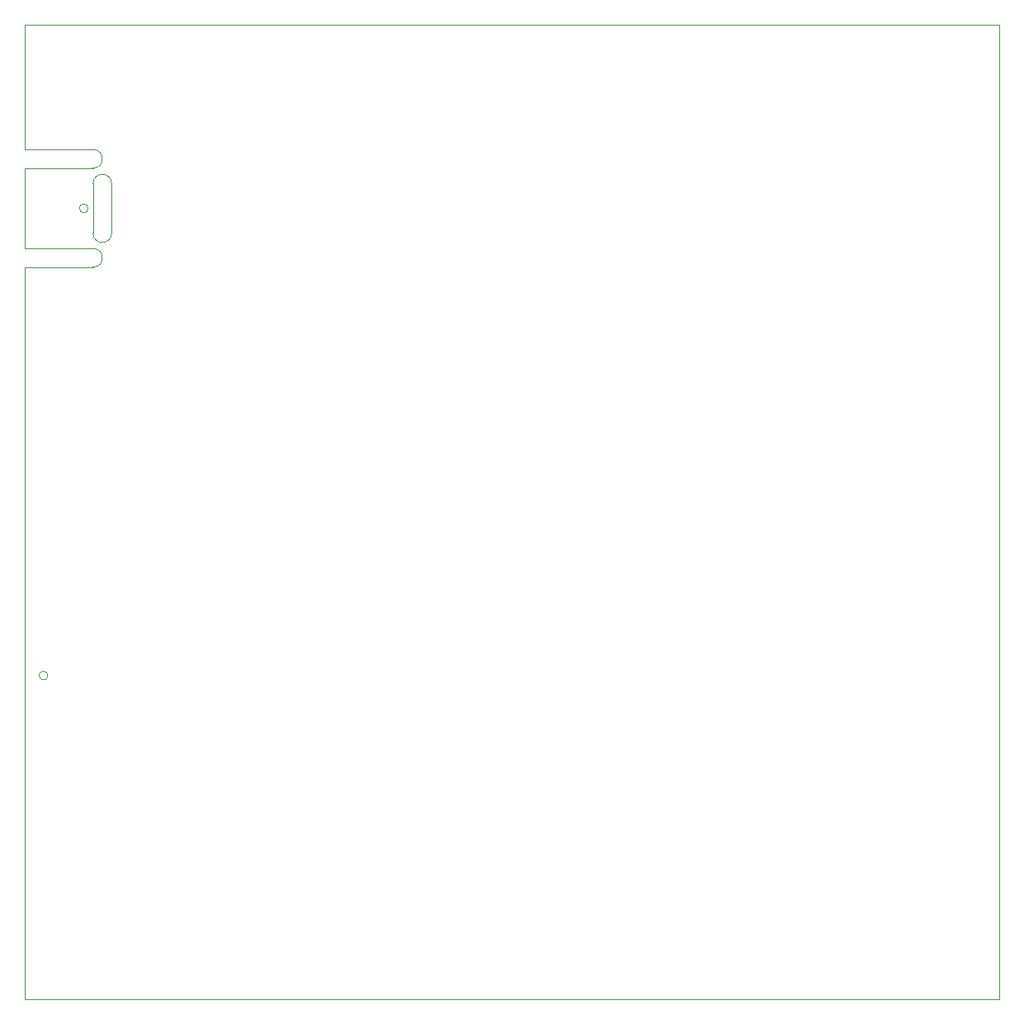
<source format=gbr>
G04 #@! TF.GenerationSoftware,KiCad,Pcbnew,(5.1.0)-1*
G04 #@! TF.CreationDate,2020-05-11T20:58:43-03:00*
G04 #@! TF.ProjectId,EAR ECU Integrated_CPU_01,45415220-4543-4552-9049-6e7465677261,01*
G04 #@! TF.SameCoordinates,Original*
G04 #@! TF.FileFunction,Profile,NP*
%FSLAX46Y46*%
G04 Gerber Fmt 4.6, Leading zero omitted, Abs format (unit mm)*
G04 Created by KiCad (PCBNEW (5.1.0)-1) date 2020-05-11 20:58:43*
%MOMM*%
%LPD*%
G04 APERTURE LIST*
%ADD10C,0.100000*%
%ADD11C,0.050000*%
G04 APERTURE END LIST*
D10*
X83634013Y-107315000D02*
G75*
G03X83634013Y-107315000I-449013J0D01*
G01*
X87761513Y-59372500D02*
G75*
G03X87761513Y-59372500I-449013J0D01*
G01*
X81280000Y-63500000D02*
X88265000Y-63500000D01*
X88265000Y-63500000D02*
G75*
G02X88265000Y-65405000I0J-952500D01*
G01*
X81280000Y-65405000D02*
X88265000Y-65405000D01*
X81280000Y-65405000D02*
X81272500Y-140515000D01*
X81280000Y-55245000D02*
X81280000Y-63500000D01*
X81272500Y-40515000D02*
X81280000Y-53340000D01*
X90170000Y-61912500D02*
G75*
G02X88265000Y-61912500I-952500J0D01*
G01*
X88265000Y-56832500D02*
G75*
G02X90170000Y-56832500I952500J0D01*
G01*
X90170000Y-61912500D02*
X90170000Y-56832500D01*
X88265000Y-61912500D02*
X88265000Y-56832500D01*
X88265000Y-53340000D02*
G75*
G02X88265000Y-55245000I0J-952500D01*
G01*
X81280000Y-55245000D02*
X88265000Y-55245000D01*
X81280000Y-53340000D02*
X88265000Y-53340000D01*
D11*
X181272500Y-40515000D02*
X81272500Y-40515000D01*
X81272500Y-140515000D02*
X181272500Y-140515000D01*
X181272500Y-140515000D02*
X181272500Y-40515000D01*
M02*

</source>
